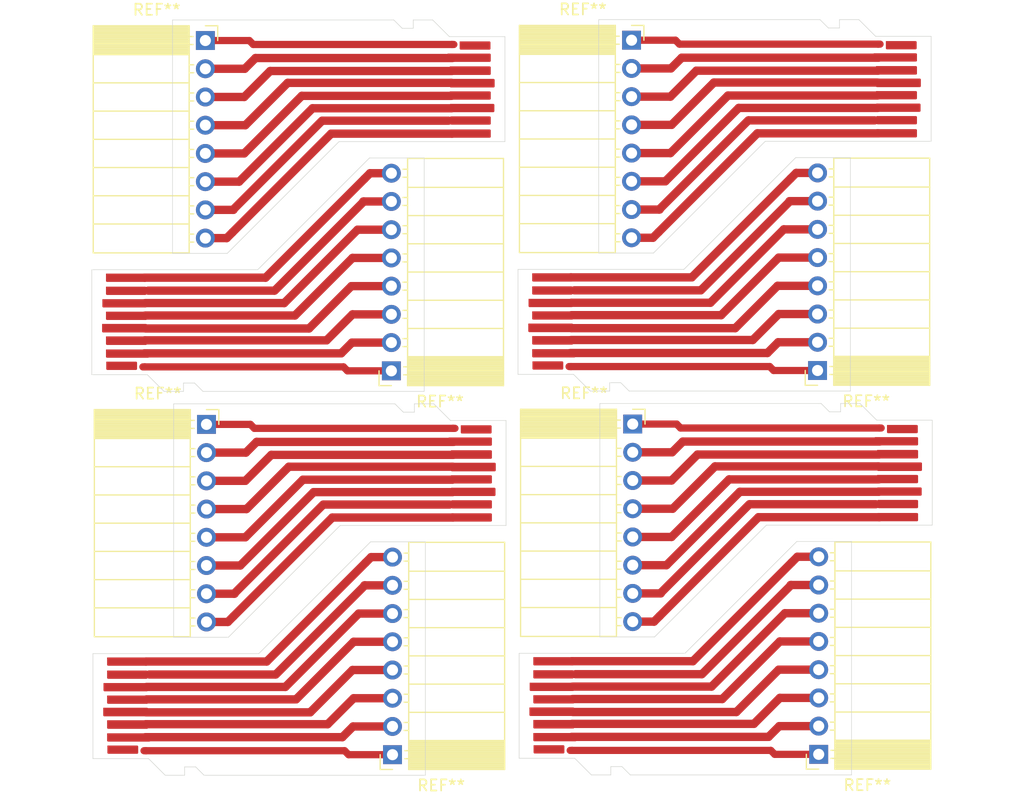
<source format=kicad_pcb>
(kicad_pcb (version 20221018) (generator pcbnew)
  (layers (0 "F.Cu" signal) (31 "B.Cu" signal) (34 "B.Paste" user) (35 "F.Paste" user) (36 "B.SilkS" user "B.Silkscreen") (37 "F.SilkS" user "F.Silkscreen") (38 "B.Mask" user) (39 "F.Mask" user) (44 "Edge.Cuts" user))
  (net 0 "")
  (footprint "Connector_PinSocket_2.54mm:PinSocket_1x08_P2.54mm_Horizontal" (layer "F.Cu") (at 116.7472 94.8652)
    (fp_text reference "REF**" (at -4.38 -2.77) (layer "F.SilkS"))
    (fp_text value "PinSocket_1x08_P2.54mm_Horizontal")
    (pad "1" thru_hole rect (at 0 0) (size 1.7 1.7) (drill 1) (layers "*.Cu" "*.Mask"))
    (pad "2" thru_hole oval (at 0 2.54) (size 1.7 1.7) (drill 1) (layers "*.Cu" "*.Mask"))
    (pad "3" thru_hole oval (at 0 5.08) (size 1.7 1.7) (drill 1) (layers "*.Cu" "*.Mask"))
    (pad "4" thru_hole oval (at 0 7.62) (size 1.7 1.7) (drill 1) (layers "*.Cu" "*.Mask"))
    (pad "5" thru_hole oval (at 0 10.16) (size 1.7 1.7) (drill 1) (layers "*.Cu" "*.Mask"))
    (pad "6" thru_hole oval (at 0 12.7) (size 1.7 1.7) (drill 1) (layers "*.Cu" "*.Mask"))
    (pad "7" thru_hole oval (at 0 15.24) (size 1.7 1.7) (drill 1) (layers "*.Cu" "*.Mask"))
    (pad "8" thru_hole oval (at 0 17.78) (size 1.7 1.7) (drill 1) (layers "*.Cu" "*.Mask"))
  )
  (footprint "Connector_PinSocket_2.54mm:PinSocket_1x08_P2.54mm_Horizontal" (layer "F.Cu") (at 133.3844 90.0444 180)
    (fp_text reference "REF**" (at -4.38 -2.77) (layer "F.SilkS"))
    (fp_text value "PinSocket_1x08_P2.54mm_Horizontal")
    (pad "1" thru_hole rect (at 0 0 180) (size 1.7 1.7) (drill 1) (layers "*.Cu" "*.Mask"))
    (pad "2" thru_hole oval (at 0 2.54 180) (size 1.7 1.7) (drill 1) (layers "*.Cu" "*.Mask"))
    (pad "3" thru_hole oval (at 0 5.08 180) (size 1.7 1.7) (drill 1) (layers "*.Cu" "*.Mask"))
    (pad "4" thru_hole oval (at 0 7.62 180) (size 1.7 1.7) (drill 1) (layers "*.Cu" "*.Mask"))
    (pad "5" thru_hole oval (at 0 10.16 180) (size 1.7 1.7) (drill 1) (layers "*.Cu" "*.Mask"))
    (pad "6" thru_hole oval (at 0 12.7 180) (size 1.7 1.7) (drill 1) (layers "*.Cu" "*.Mask"))
    (pad "7" thru_hole oval (at 0 15.24 180) (size 1.7 1.7) (drill 1) (layers "*.Cu" "*.Mask"))
    (pad "8" thru_hole oval (at 0 17.78 180) (size 1.7 1.7) (drill 1) (layers "*.Cu" "*.Mask"))
  )
  (footprint "Connector_PinSocket_2.54mm:PinSocket_1x08_P2.54mm_Horizontal" (layer "F.Cu") (at 78.3932 94.8944)
    (fp_text reference "REF**" (at -4.38 -2.77) (layer "F.SilkS"))
    (fp_text value "PinSocket_1x08_P2.54mm_Horizontal")
    (pad "1" thru_hole rect (at 0 0) (size 1.7 1.7) (drill 1) (layers "*.Cu" "*.Mask"))
    (pad "2" thru_hole oval (at 0 2.54) (size 1.7 1.7) (drill 1) (layers "*.Cu" "*.Mask"))
    (pad "3" thru_hole oval (at 0 5.08) (size 1.7 1.7) (drill 1) (layers "*.Cu" "*.Mask"))
    (pad "4" thru_hole oval (at 0 7.62) (size 1.7 1.7) (drill 1) (layers "*.Cu" "*.Mask"))
    (pad "5" thru_hole oval (at 0 10.16) (size 1.7 1.7) (drill 1) (layers "*.Cu" "*.Mask"))
    (pad "6" thru_hole oval (at 0 12.7) (size 1.7 1.7) (drill 1) (layers "*.Cu" "*.Mask"))
    (pad "7" thru_hole oval (at 0 15.24) (size 1.7 1.7) (drill 1) (layers "*.Cu" "*.Mask"))
    (pad "8" thru_hole oval (at 0 17.78) (size 1.7 1.7) (drill 1) (layers "*.Cu" "*.Mask"))
  )
  (footprint "Connector_PinSocket_2.54mm:PinSocket_1x08_P2.54mm_Horizontal" (layer "F.Cu") (at 78.2916 60.3504)
    (fp_text reference "REF**" (at -4.38 -2.77) (layer "F.SilkS"))
    (fp_text value "PinSocket_1x08_P2.54mm_Horizontal")
    (pad "1" thru_hole rect (at 0 0) (size 1.7 1.7) (drill 1) (layers "*.Cu" "*.Mask"))
    (pad "2" thru_hole oval (at 0 2.54) (size 1.7 1.7) (drill 1) (layers "*.Cu" "*.Mask"))
    (pad "3" thru_hole oval (at 0 5.08) (size 1.7 1.7) (drill 1) (layers "*.Cu" "*.Mask"))
    (pad "4" thru_hole oval (at 0 7.62) (size 1.7 1.7) (drill 1) (layers "*.Cu" "*.Mask"))
    (pad "5" thru_hole oval (at 0 10.16) (size 1.7 1.7) (drill 1) (layers "*.Cu" "*.Mask"))
    (pad "6" thru_hole oval (at 0 12.7) (size 1.7 1.7) (drill 1) (layers "*.Cu" "*.Mask"))
    (pad "7" thru_hole oval (at 0 15.24) (size 1.7 1.7) (drill 1) (layers "*.Cu" "*.Mask"))
    (pad "8" thru_hole oval (at 0 17.78) (size 1.7 1.7) (drill 1) (layers "*.Cu" "*.Mask"))
  )
  (footprint "Connector_PinSocket_2.54mm:PinSocket_1x08_P2.54mm_Horizontal" (layer "F.Cu") (at 95.132 124.6176 180)
    (fp_text reference "REF**" (at -4.38 -2.77) (layer "F.SilkS"))
    (fp_text value "PinSocket_1x08_P2.54mm_Horizontal")
    (pad "1" thru_hole rect (at 0 0 180) (size 1.7 1.7) (drill 1) (layers "*.Cu" "*.Mask"))
    (pad "2" thru_hole oval (at 0 2.54 180) (size 1.7 1.7) (drill 1) (layers "*.Cu" "*.Mask"))
    (pad "3" thru_hole oval (at 0 5.08 180) (size 1.7 1.7) (drill 1) (layers "*.Cu" "*.Mask"))
    (pad "4" thru_hole oval (at 0 7.62 180) (size 1.7 1.7) (drill 1) (layers "*.Cu" "*.Mask"))
    (pad "5" thru_hole oval (at 0 10.16 180) (size 1.7 1.7) (drill 1) (layers "*.Cu" "*.Mask"))
    (pad "6" thru_hole oval (at 0 12.7 180) (size 1.7 1.7) (drill 1) (layers "*.Cu" "*.Mask"))
    (pad "7" thru_hole oval (at 0 15.24 180) (size 1.7 1.7) (drill 1) (layers "*.Cu" "*.Mask"))
    (pad "8" thru_hole oval (at 0 17.78 180) (size 1.7 1.7) (drill 1) (layers "*.Cu" "*.Mask"))
  )
  (footprint "Connector_PinSocket_2.54mm:PinSocket_1x08_P2.54mm_Horizontal" (layer "F.Cu") (at 95.0304 90.0736 180)
    (fp_text reference "REF**" (at -4.38 -2.77) (layer "F.SilkS"))
    (fp_text value "PinSocket_1x08_P2.54mm_Horizontal")
    (pad "1" thru_hole rect (at 0 0 180) (size 1.7 1.7) (drill 1) (layers "*.Cu" "*.Mask"))
    (pad "2" thru_hole oval (at 0 2.54 180) (size 1.7 1.7) (drill 1) (layers "*.Cu" "*.Mask"))
    (pad "3" thru_hole oval (at 0 5.08 180) (size 1.7 1.7) (drill 1) (layers "*.Cu" "*.Mask"))
    (pad "4" thru_hole oval (at 0 7.62 180) (size 1.7 1.7) (drill 1) (layers "*.Cu" "*.Mask"))
    (pad "5" thru_hole oval (at 0 10.16 180) (size 1.7 1.7) (drill 1) (layers "*.Cu" "*.Mask"))
    (pad "6" thru_hole oval (at 0 12.7 180) (size 1.7 1.7) (drill 1) (layers "*.Cu" "*.Mask"))
    (pad "7" thru_hole oval (at 0 15.24 180) (size 1.7 1.7) (drill 1) (layers "*.Cu" "*.Mask"))
    (pad "8" thru_hole oval (at 0 17.78 180) (size 1.7 1.7) (drill 1) (layers "*.Cu" "*.Mask"))
  )
  (footprint "Connector_PinSocket_2.54mm:PinSocket_1x08_P2.54mm_Horizontal" (layer "F.Cu") (at 133.486 124.5884 180)
    (fp_text reference "REF**" (at -4.38 -2.77) (layer "F.SilkS"))
    (fp_text value "PinSocket_1x08_P2.54mm_Horizontal")
    (pad "1" thru_hole rect (at 0 0 180) (size 1.7 1.7) (drill 1) (layers "*.Cu" "*.Mask"))
    (pad "2" thru_hole oval (at 0 2.54 180) (size 1.7 1.7) (drill 1) (layers "*.Cu" "*.Mask"))
    (pad "3" thru_hole oval (at 0 5.08 180) (size 1.7 1.7) (drill 1) (layers "*.Cu" "*.Mask"))
    (pad "4" thru_hole oval (at 0 7.62 180) (size 1.7 1.7) (drill 1) (layers "*.Cu" "*.Mask"))
    (pad "5" thru_hole oval (at 0 10.16 180) (size 1.7 1.7) (drill 1) (layers "*.Cu" "*.Mask"))
    (pad "6" thru_hole oval (at 0 12.7 180) (size 1.7 1.7) (drill 1) (layers "*.Cu" "*.Mask"))
    (pad "7" thru_hole oval (at 0 15.24 180) (size 1.7 1.7) (drill 1) (layers "*.Cu" "*.Mask"))
    (pad "8" thru_hole oval (at 0 17.78 180) (size 1.7 1.7) (drill 1) (layers "*.Cu" "*.Mask"))
  )
  (footprint "Connector_PinSocket_2.54mm:PinSocket_1x08_P2.54mm_Horizontal" (layer "F.Cu") (at 116.6456 60.3212)
    (fp_text reference "REF**" (at -4.38 -2.77) (layer "F.SilkS"))
    (fp_text value "PinSocket_1x08_P2.54mm_Horizontal")
    (pad "1" thru_hole rect (at 0 0) (size 1.7 1.7) (drill 1) (layers "*.Cu" "*.Mask"))
    (pad "2" thru_hole oval (at 0 2.54) (size 1.7 1.7) (drill 1) (layers "*.Cu" "*.Mask"))
    (pad "3" thru_hole oval (at 0 5.08) (size 1.7 1.7) (drill 1) (layers "*.Cu" "*.Mask"))
    (pad "4" thru_hole oval (at 0 7.62) (size 1.7 1.7) (drill 1) (layers "*.Cu" "*.Mask"))
    (pad "5" thru_hole oval (at 0 10.16) (size 1.7 1.7) (drill 1) (layers "*.Cu" "*.Mask"))
    (pad "6" thru_hole oval (at 0 12.7) (size 1.7 1.7) (drill 1) (layers "*.Cu" "*.Mask"))
    (pad "7" thru_hole oval (at 0 15.24) (size 1.7 1.7) (drill 1) (layers "*.Cu" "*.Mask"))
    (pad "8" thru_hole oval (at 0 17.78) (size 1.7 1.7) (drill 1) (layers "*.Cu" "*.Mask"))
  )
  (gr_rect (start 138.7412 63.872) (end 142.579 64.445) (stroke (width 0.2)) (fill solid) (layer "F.Cu"))
  (gr_rect (start 100.5396 101.8198) (end 103.9766 102.3674) (stroke (width 0.2)) (fill solid) (layer "F.Cu"))
  (gr_rect (start 138.767 66.122) (end 142.554 66.6696) (stroke (width 0.2)) (fill solid) (layer "F.Cu"))
  (gr_rect (start 101.2766 60.5282) (end 103.85 61.0738) (stroke (width 0.2)) (fill solid) (layer "F.Cu"))
  (gr_rect (start 72.9348 87.6478) (end 69.447 87.0748) (stroke (width 0.2)) (fill solid) (layer "F.Cu"))
  (gr_rect (start 139.6306 60.499) (end 142.204 61.0446) (stroke (width 0.2)) (fill solid) (layer "F.Cu"))
  (gr_rect (start 100.438 67.2758) (end 103.875 67.8234) (stroke (width 0.2)) (fill solid) (layer "F.Cu"))
  (gr_rect (start 72.9348 86.5228) (end 69.097 85.9498) (stroke (width 0.2)) (fill solid) (layer "F.Cu"))
  (gr_rect (start 72.884 81.9724) (end 69.447 81.4248) (stroke (width 0.2)) (fill solid) (layer "F.Cu"))
  (gr_rect (start 138.792 68.4224) (end 142.229 68.97) (stroke (width 0.2)) (fill solid) (layer "F.Cu"))
  (gr_rect (start 69.5486 117.1446) (end 72.9856 117.6922) (stroke (width 0.2)) (fill solid) (layer "F.Cu"))
  (gr_rect (start 100.5396 102.9956) (end 103.9766 103.5432) (stroke (width 0.2)) (fill solid) (layer "F.Cu"))
  (gr_rect (start 101.3782 95.0722) (end 103.9516 95.6178) (stroke (width 0.2)) (fill solid) (layer "F.Cu"))
  (gr_rect (start 138.8936 101.7906) (end 142.3306 102.3382) (stroke (width 0.2)) (fill solid) (layer "F.Cu"))
  (gr_rect (start 72.0454 89.8958) (end 69.472 89.3502) (stroke (width 0.2)) (fill solid) (layer "F.Cu"))
  (gr_rect (start 139.7322 95.043) (end 142.3056 95.5886) (stroke (width 0.2)) (fill solid) (layer "F.Cu"))
  (gr_rect (start 138.7412 62.747) (end 142.229 63.32) (stroke (width 0.2)) (fill solid) (layer "F.Cu"))
  (gr_rect (start 100.438 68.4516) (end 103.875 68.9992) (stroke (width 0.2)) (fill solid) (layer "F.Cu"))
  (gr_rect (start 138.792 67.2466) (end 142.229 67.7942) (stroke (width 0.2)) (fill solid) (layer "F.Cu"))
  (gr_rect (start 107.9026 119.365) (end 111.3904 119.9126) (stroke (width 0.2)) (fill solid) (layer "F.Cu"))
  (gr_rect (start 107.9026 117.1154) (end 111.3396 117.663) (stroke (width 0.2)) (fill solid) (layer "F.Cu"))
  (gr_rect (start 138.8686 100.666) (end 142.6556 101.2136) (stroke (width 0.2)) (fill solid) (layer "F.Cu"))
  (gr_rect (start 100.4888 97.3202) (end 103.9766 97.8932) (stroke (width 0.2)) (fill solid) (layer "F.Cu"))
  (gr_rect (start 107.801 88.2214) (end 111.492 88.769) (stroke (width 0.2)) (fill solid) (layer "F.Cu"))
  (gr_rect (start 138.8428 97.291) (end 142.3306 97.864) (stroke (width 0.2)) (fill solid) (layer "F.Cu"))
  (gr_rect (start 69.1986 120.4938) (end 73.0364 121.0668) (stroke (width 0.2)) (fill solid) (layer "F.Cu"))
  (gr_rect (start 100.2856 96.1698) (end 103.9766 96.7174) (stroke (width 0.2)) (fill solid) (layer "F.Cu"))
  (gr_rect (start 100.184 61.6258) (end 103.875 62.1734) (stroke (width 0.2)) (fill solid) (layer "F.Cu"))
  (gr_rect (start 138.6396 96.1406) (end 142.3306 96.6882) (stroke (width 0.2)) (fill solid) (layer "F.Cu"))
  (gr_rect (start 107.451 85.9206) (end 111.2888 86.4936) (stroke (width 0.2)) (fill solid) (layer "F.Cu"))
  (gr_rect (start 100.3872 62.7762) (end 103.875 63.3492) (stroke (width 0.2)) (fill solid) (layer "F.Cu"))
  (gr_rect (start 69.5486 119.3942) (end 73.0364 119.9418) (stroke (width 0.2)) (fill solid) (layer "F.Cu"))
  (gr_rect (start 100.5146 100.6952) (end 104.3016 101.2428) (stroke (width 0.2)) (fill solid) (layer "F.Cu"))
  (gr_rect (start 107.801 81.3956) (end 111.238 81.9432) (stroke (width 0.2)) (fill solid) (layer "F.Cu"))
  (gr_rect (start 107.9276 123.865) (end 110.501 124.4106) (stroke (width 0.2)) (fill solid) (layer "F.Cu"))
  (gr_rect (start 107.801 87.0456) (end 111.2888 87.6186) (stroke (width 0.2)) (fill solid) (layer "F.Cu"))
  (gr_rect (start 100.413 66.1512) (end 104.2 66.6988) (stroke (width 0.2)) (fill solid) (layer "F.Cu"))
  (gr_rect (start 69.5486 122.7946) (end 73.2396 123.3422) (stroke (width 0.2)) (fill solid) (layer "F.Cu"))
  (gr_rect (start 69.5486 115.9688) (end 72.9856 116.5164) (stroke (width 0.2)) (fill solid) (layer "F.Cu"))
  (gr_rect (start 107.9026 121.5896) (end 111.3904 122.1626) (stroke (width 0.2)) (fill solid) (layer "F.Cu"))
  (gr_rect (start 69.5736 123.8942) (end 72.147 124.4398) (stroke (width 0.2)) (fill solid) (layer "F.Cu"))
  (gr_rect (start 69.2236 118.2692) (end 73.0106 118.8168) (stroke (width 0.2)) (fill solid) (layer "F.Cu"))
  (gr_rect (start 100.3872 63.9012) (end 104.225 64.4742) (stroke (width 0.2)) (fill solid) (layer "F.Cu"))
  (gr_rect (start 107.9026 122.7654) (end 111.5936 123.313) (stroke (width 0.2)) (fill solid) (layer "F.Cu"))
  (gr_rect (start 107.826 89.321) (end 110.3994 89.8666) (stroke (width 0.2)) (fill solid) (layer "F.Cu"))
  (gr_rect (start 100.3872 65.0262) (end 103.875 65.5738) (stroke (width 0.2)) (fill solid) (layer "F.Cu"))
  (gr_rect (start 72.884 83.1482) (end 69.447 82.6006) (stroke (width 0.2)) (fill solid) (layer "F.Cu"))
  (gr_rect (start 107.9026 115.9396) (end 111.3396 116.4872) (stroke (width 0.2)) (fill solid) (layer "F.Cu"))
  (gr_rect (start 69.5486 121.6188) (end 73.0364 122.1918) (stroke (width 0.2)) (fill solid) (layer "F.Cu"))
  (gr_rect (start 72.909 84.2728) (end 69.122 83.7252) (stroke (width 0.2)) (fill solid) (layer "F.Cu"))
  (gr_rect (start 138.8428 98.416) (end 142.6806 98.989) (stroke (width 0.2)) (fill solid) (layer "F.Cu"))
  (gr_rect (start 107.476 83.696) (end 111.263 84.2436) (stroke (width 0.2)) (fill solid) (layer "F.Cu"))
  (gr_rect (start 100.4888 99.5702) (end 103.9766 100.1178) (stroke (width 0.2)) (fill solid) (layer "F.Cu"))
  (gr_rect (start 73.138 88.7982) (end 69.447 88.2506) (stroke (width 0.2)) (fill solid) (layer "F.Cu"))
  (gr_rect (start 138.8936 102.9664) (end 142.3306 103.514) (stroke (width 0.2)) (fill solid) (layer "F.Cu"))
  (gr_rect (start 138.8428 99.541) (end 142.3306 100.0886) (stroke (width 0.2)) (fill solid) (layer "F.Cu"))
  (gr_rect (start 72.9348 85.3978) (end 69.447 84.8502) (stroke (width 0.2)) (fill solid) (layer "F.Cu"))
  (gr_rect (start 107.801 84.821) (end 111.2888 85.3686) (stroke (width 0.2)) (fill solid) (layer "F.Cu"))
  (gr_rect (start 107.5776 118.24) (end 111.3646 118.7876) (stroke (width 0.2)) (fill solid) (layer "F.Cu"))
  (gr_rect (start 100.4888 98.4452) (end 104.3266 99.0182) (stroke (width 0.2)) (fill solid) (layer "F.Cu"))
  (gr_rect (start 138.7412 64.997) (end 142.229 65.5446) (stroke (width 0.2)) (fill solid) (layer "F.Cu"))
  (gr_rect (start 107.5526 120.4646) (end 111.3904 121.0376) (stroke (width 0.2)) (fill solid) (layer "F.Cu"))
  (gr_rect (start 138.538 61.5966) (end 142.229 62.1442) (stroke (width 0.2)) (fill solid) (layer "F.Cu"))
  (gr_rect (start 107.801 82.5714) (end 111.238 83.119) (stroke (width 0.2)) (fill solid) (layer "F.Cu"))
  (gr_line (start 96 59.25) (end 97 59.25) (stroke (width 0.05)) (layer "Edge.Cuts"))
  (gr_line (start 76.4236 125.718) (end 76.4236 126.468) (stroke (width 0.05)) (layer "Edge.Cuts"))
  (gr_line (start 116.5276 126.4388) (end 136.4412 126.4388) (stroke (width 0.05)) (layer "Edge.Cuts"))
  (gr_line (start 128.6764 69.4178) (end 143.604 69.4178) (stroke (width 0.05)) (layer "Edge.Cuts"))
  (gr_line (start 114.676 91.8948) (end 112.926 91.8948) (stroke (width 0.05)) (layer "Edge.Cuts"))
  (gr_line (start 116.426 91.8948) (end 136.3396 91.8948) (stroke (width 0.05)) (layer "Edge.Cuts"))
  (gr_line (start 114.7776 125.6888) (end 114.7776 126.4388) (stroke (width 0.05)) (layer "Edge.Cuts"))
  (gr_line (start 114.676 91.1448) (end 114.676 91.8948) (stroke (width 0.05)) (layer "Edge.Cuts"))
  (gr_line (start 98.8516 93.044) (end 100.3516 94.544) (stroke (width 0.05)) (layer "Edge.Cuts"))
  (gr_line (start 133.604 58.4708) (end 113.6904 58.4708) (stroke (width 0.05)) (layer "Edge.Cuts"))
  (gr_line (start 97.9856 91.924) (end 97.9856 70.9186) (stroke (width 0.05)) (layer "Edge.Cuts"))
  (gr_line (start 96.1016 93.794) (end 97.1016 93.794) (stroke (width 0.05)) (layer "Edge.Cuts"))
  (gr_line (start 74.572 91.924) (end 73.072 90.424) (stroke (width 0.05)) (layer "Edge.Cuts"))
  (gr_line (start 90.424 103.991) (end 105.3516 103.991) (stroke (width 0.05)) (layer "Edge.Cuts"))
  (gr_line (start 95.25 58.5) (end 96 59.25) (stroke (width 0.05)) (layer "Edge.Cuts"))
  (gr_line (start 128.778 103.9618) (end 143.7056 103.9618) (stroke (width 0.05)) (layer "Edge.Cuts"))
  (gr_line (start 131.5136 105.4334) (end 121.4552 115.4918) (stroke (width 0.05)) (layer "Edge.Cuts"))
  (gr_line (start 121.4552 115.4918) (end 106.5276 115.4918) (stroke (width 0.05)) (layer "Edge.Cuts"))
  (gr_line (start 80.264 79.5054) (end 90.3224 69.447) (stroke (width 0.05)) (layer "Edge.Cuts"))
  (gr_line (start 115.7776 125.6888) (end 114.7776 125.6888) (stroke (width 0.05)) (layer "Edge.Cuts"))
  (gr_line (start 114.7776 126.4388) (end 113.0276 126.4388) (stroke (width 0.05)) (layer "Edge.Cuts"))
  (gr_line (start 90.3224 69.447) (end 105.25 69.447) (stroke (width 0.05)) (layer "Edge.Cuts"))
  (gr_line (start 143.604 59.9708) (end 143.604 69.4144) (stroke (width 0.05)) (layer "Edge.Cuts"))
  (gr_line (start 83.1012 115.521) (end 68.1736 115.521) (stroke (width 0.05)) (layer "Edge.Cuts"))
  (gr_line (start 113.6904 79.4762) (end 118.618 79.4762) (stroke (width 0.05)) (layer "Edge.Cuts"))
  (gr_line (start 105.3516 94.544) (end 105.3516 103.9876) (stroke (width 0.05)) (layer "Edge.Cuts"))
  (gr_line (start 134.354 59.2208) (end 135.354 59.2208) (stroke (width 0.05)) (layer "Edge.Cuts"))
  (gr_line (start 113.792 114.0202) (end 118.7196 114.0202) (stroke (width 0.05)) (layer "Edge.Cuts"))
  (gr_line (start 97 59.25) (end 97 58.5) (stroke (width 0.05)) (layer "Edge.Cuts"))
  (gr_line (start 97.9856 70.9186) (end 93.058 70.9186) (stroke (width 0.05)) (layer "Edge.Cuts"))
  (gr_line (start 111.5276 124.9388) (end 106.5276 124.9388) (stroke (width 0.05)) (layer "Edge.Cuts"))
  (gr_line (start 78.072 91.924) (end 77.322 91.174) (stroke (width 0.05)) (layer "Edge.Cuts"))
  (gr_line (start 136.3396 70.8894) (end 131.412 70.8894) (stroke (width 0.05)) (layer "Edge.Cuts"))
  (gr_line (start 138.7056 94.5148) (end 143.7056 94.5148) (stroke (width 0.05)) (layer "Edge.Cuts"))
  (gr_line (start 143.7056 94.5148) (end 143.7056 103.9584) (stroke (width 0.05)) (layer "Edge.Cuts"))
  (gr_line (start 116.426 91.8948) (end 115.676 91.1448) (stroke (width 0.05)) (layer "Edge.Cuts"))
  (gr_line (start 93.1596 105.4626) (end 83.1012 115.521) (stroke (width 0.05)) (layer "Edge.Cuts"))
  (gr_line (start 133.7056 93.0148) (end 134.4556 93.7648) (stroke (width 0.05)) (layer "Edge.Cuts"))
  (gr_line (start 97 58.5) (end 98.75 58.5) (stroke (width 0.05)) (layer "Edge.Cuts"))
  (gr_line (start 75.3364 79.5054) (end 80.264 79.5054) (stroke (width 0.05)) (layer "Edge.Cuts"))
  (gr_line (start 135.4556 93.0148) (end 137.2056 93.0148) (stroke (width 0.05)) (layer "Edge.Cuts"))
  (gr_line (start 115.676 91.1448) (end 114.676 91.1448) (stroke (width 0.05)) (layer "Edge.Cuts"))
  (gr_line (start 95.25 58.5) (end 75.3364 58.5) (stroke (width 0.05)) (layer "Edge.Cuts"))
  (gr_line (start 93.058 70.9186) (end 82.9996 80.977) (stroke (width 0.05)) (layer "Edge.Cuts"))
  (gr_line (start 98.0872 126.468) (end 98.0872 105.4626) (stroke (width 0.05)) (layer "Edge.Cuts"))
  (gr_line (start 111.426 90.3948) (end 106.426 90.3948) (stroke (width 0.05)) (layer "Edge.Cuts"))
  (gr_line (start 82.9996 80.977) (end 68.072 80.977) (stroke (width 0.05)) (layer "Edge.Cuts"))
  (gr_line (start 113.0276 126.4388) (end 111.5276 124.9388) (stroke (width 0.05)) (layer "Edge.Cuts"))
  (gr_line (start 77.322 91.174) (end 76.322 91.174) (stroke (width 0.05)) (layer "Edge.Cuts"))
  (gr_line (start 68.072 90.424) (end 68.072 80.9804) (stroke (width 0.05)) (layer "Edge.Cuts"))
  (gr_line (start 100.3516 94.544) (end 105.3516 94.544) (stroke (width 0.05)) (layer "Edge.Cuts"))
  (gr_line (start 98.0872 105.4626) (end 93.1596 105.4626) (stroke (width 0.05)) (layer "Edge.Cuts"))
  (gr_line (start 80.3656 114.0494) (end 90.424 103.991) (stroke (width 0.05)) (layer "Edge.Cuts"))
  (gr_line (start 135.354 59.2208) (end 135.354 58.4708) (stroke (width 0.05)) (layer "Edge.Cuts"))
  (gr_line (start 98.75 58.5) (end 100.25 60) (stroke (width 0.05)) (layer "Edge.Cuts"))
  (gr_line (start 133.604 58.4708) (end 134.354 59.2208) (stroke (width 0.05)) (layer "Edge.Cuts"))
  (gr_line (start 97.1016 93.794) (end 97.1016 93.044) (stroke (width 0.05)) (layer "Edge.Cuts"))
  (gr_line (start 113.6904 58.4708) (end 113.6904 79.4762) (stroke (width 0.05)) (layer "Edge.Cuts"))
  (gr_line (start 75.438 93.044) (end 75.438 114.0494) (stroke (width 0.05)) (layer "Edge.Cuts"))
  (gr_line (start 116.5276 126.4388) (end 115.7776 125.6888) (stroke (width 0.05)) (layer "Edge.Cuts"))
  (gr_line (start 138.604 59.9708) (end 143.604 59.9708) (stroke (width 0.05)) (layer "Edge.Cuts"))
  (gr_line (start 118.618 79.4762) (end 128.6764 69.4178) (stroke (width 0.05)) (layer "Edge.Cuts"))
  (gr_line (start 136.3396 91.8948) (end 136.3396 70.8894) (stroke (width 0.05)) (layer "Edge.Cuts"))
  (gr_line (start 97.1016 93.044) (end 98.8516 93.044) (stroke (width 0.05)) (layer "Edge.Cuts"))
  (gr_line (start 95.3516 93.044) (end 96.1016 93.794) (stroke (width 0.05)) (layer "Edge.Cuts"))
  (gr_line (start 106.426 90.3948) (end 106.426 80.9512) (stroke (width 0.05)) (layer "Edge.Cuts"))
  (gr_line (start 133.7056 93.0148) (end 113.792 93.0148) (stroke (width 0.05)) (layer "Edge.Cuts"))
  (gr_line (start 112.926 91.8948) (end 111.426 90.3948) (stroke (width 0.05)) (layer "Edge.Cuts"))
  (gr_line (start 75.3364 58.5) (end 75.3364 79.5054) (stroke (width 0.05)) (layer "Edge.Cuts"))
  (gr_line (start 78.1736 126.468) (end 77.4236 125.718) (stroke (width 0.05)) (layer "Edge.Cuts"))
  (gr_line (start 73.1736 124.968) (end 68.1736 124.968) (stroke (width 0.05)) (layer "Edge.Cuts"))
  (gr_line (start 73.072 90.424) (end 68.072 90.424) (stroke (width 0.05)) (layer "Edge.Cuts"))
  (gr_line (start 95.3516 93.044) (end 75.438 93.044) (stroke (width 0.05)) (layer "Edge.Cuts"))
  (gr_line (start 135.354 58.4708) (end 137.104 58.4708) (stroke (width 0.05)) (layer "Edge.Cuts"))
  (gr_line (start 137.104 58.4708) (end 138.604 59.9708) (stroke (width 0.05)) (layer "Edge.Cuts"))
  (gr_line (start 121.3536 80.9478) (end 106.426 80.9478) (stroke (width 0.05)) (layer "Edge.Cuts"))
  (gr_line (start 77.4236 125.718) (end 76.4236 125.718) (stroke (width 0.05)) (layer "Edge.Cuts"))
  (gr_line (start 134.4556 93.7648) (end 135.4556 93.7648) (stroke (width 0.05)) (layer "Edge.Cuts"))
  (gr_line (start 105.25 60) (end 105.25 69.4436) (stroke (width 0.05)) (layer "Edge.Cuts"))
  (gr_line (start 76.322 91.924) (end 74.572 91.924) (stroke (width 0.05)) (layer "Edge.Cuts"))
  (gr_line (start 78.072 91.924) (end 97.9856 91.924) (stroke (width 0.05)) (layer "Edge.Cuts"))
  (gr_line (start 106.5276 124.9388) (end 106.5276 115.4952) (stroke (width 0.05)) (layer "Edge.Cuts"))
  (gr_line (start 137.2056 93.0148) (end 138.7056 94.5148) (stroke (width 0.05)) (layer "Edge.Cuts"))
  (gr_line (start 76.322 91.174) (end 76.322 91.924) (stroke (width 0.05)) (layer "Edge.Cuts"))
  (gr_line (start 136.4412 105.4334) (end 131.5136 105.4334) (stroke (width 0.05)) (layer "Edge.Cuts"))
  (gr_line (start 113.792 93.0148) (end 113.792 114.0202) (stroke (width 0.05)) (layer "Edge.Cuts"))
  (gr_line (start 76.4236 126.468) (end 74.6736 126.468) (stroke (width 0.05)) (layer "Edge.Cuts"))
  (gr_line (start 100.25 60) (end 105.25 60) (stroke (width 0.05)) (layer "Edge.Cuts"))
  (gr_line (start 78.1736 126.468) (end 98.0872 126.468) (stroke (width 0.05)) (layer "Edge.Cuts"))
  (gr_line (start 68.1736 124.968) (end 68.1736 115.5244) (stroke (width 0.05)) (layer "Edge.Cuts"))
  (gr_line (start 118.7196 114.0202) (end 128.778 103.9618) (stroke (width 0.05)) (layer "Edge.Cuts"))
  (gr_line (start 75.438 114.0494) (end 80.3656 114.0494) (stroke (width 0.05)) (layer "Edge.Cuts"))
  (gr_line (start 136.4412 126.4388) (end 136.4412 105.4334) (stroke (width 0.05)) (layer "Edge.Cuts"))
  (gr_line (start 131.412 70.8894) (end 121.3536 80.9478) (stroke (width 0.05)) (layer "Edge.Cuts"))
  (gr_line (start 74.6736 126.468) (end 73.1736 124.968) (stroke (width 0.05)) (layer "Edge.Cuts"))
  (gr_line (start 135.4556 93.7648) (end 135.4556 93.0148) (stroke (width 0.05)) (layer "Edge.Cuts"))
  (segment (start 120.9548 60.6768) (end 138.8364 60.6768) (width 0.65) (layer "F.Cu") (net 0))
  (segment (start 78.2916 65.4304) (end 81.788 65.4304) (width 0.75) (layer "F.Cu") (net 0))
  (segment (start 116.7472 112.6452) (end 118.6688 112.6452) (width 0.75) (layer "F.Cu") (net 0))
  (segment (start 121.158 61.896) (end 138.879 61.896) (width 0.75) (layer "F.Cu") (net 0))
  (segment (start 133.486 119.5084) (end 129.9896 119.5084) (width 0.75) (layer "F.Cu") (net 0))
  (segment (start 119.1768 112.1372) (end 128.0668 103.2472) (width 0.75) (layer "F.Cu") (net 0))
  (segment (start 81.9404 97.4344) (end 82.9056 96.4692) (width 0.75) (layer "F.Cu") (net 0))
  (segment (start 81.3308 73.0504) (end 87.9348 66.4464) (width 0.75) (layer "F.Cu") (net 0))
  (segment (start 78.3932 102.5144) (end 81.9912 102.5144) (width 0.75) (layer "F.Cu") (net 0))
  (segment (start 129.9388 122.0484) (end 128.9736 123.0136) (width 0.75) (layer "F.Cu") (net 0))
  (segment (start 85.6996 64.1604) (end 100.4316 64.1604) (width 0.75) (layer "F.Cu") (net 0))
  (segment (start 95.132 124.6176) (end 94.802 124.2876) (width 0.65) (layer "F.Cu") (net 0))
  (segment (start 95.132 116.9976) (end 91.534 116.9976) (width 0.75) (layer "F.Cu") (net 0))
  (segment (start 77.9868 75.5904) (end 80.8228 75.5904) (width 0.75) (layer "F.Cu") (net 0))
  (segment (start 82.3468 94.8944) (end 82.7024 95.25) (width 0.65) (layer "F.Cu") (net 0))
  (segment (start 130.4468 111.8884) (end 123.8428 118.4924) (width 0.75) (layer "F.Cu") (net 0))
  (segment (start 87.0712 99.8728) (end 100.5332 99.8728) (width 0.75) (layer "F.Cu") (net 0))
  (segment (start 91.4324 82.4536) (end 87.6224 86.2636) (width 0.75) (layer "F.Cu") (net 0))
  (segment (start 95.132 122.0776) (end 91.5848 122.0776) (width 0.75) (layer "F.Cu") (net 0))
  (segment (start 120.1928 62.8612) (end 121.158 61.896) (width 0.75) (layer "F.Cu") (net 0))
  (segment (start 89.6112 68.7324) (end 100.4824 68.7324) (width 0.75) (layer "F.Cu") (net 0))
  (segment (start 95.0304 82.4536) (end 91.4324 82.4536) (width 0.75) (layer "F.Cu") (net 0))
  (segment (start 133.3844 77.3444) (end 130.3452 77.3444) (width 0.75) (layer "F.Cu") (net 0))
  (segment (start 127.9652 68.7032) (end 138.8364 68.7032) (width 0.75) (layer "F.Cu") (net 0))
  (segment (start 83.7108 81.6916) (end 72.8396 81.6916) (width 0.75) (layer "F.Cu") (net 0))
  (segment (start 80.7212 77.6224) (end 89.6112 68.7324) (width 0.75) (layer "F.Cu") (net 0))
  (segment (start 78.2916 60.3504) (end 78.6216 60.6804) (width 0.65) (layer "F.Cu") (net 0))
  (segment (start 133.486 124.5884) (end 129.5324 124.5884) (width 0.65) (layer "F.Cu") (net 0))
  (segment (start 133.486 122.0484) (end 129.9388 122.0484) (width 0.75) (layer "F.Cu") (net 0))
  (segment (start 129.5324 124.5884) (end 129.1768 124.2328) (width 0.65) (layer "F.Cu") (net 0))
  (segment (start 78.2916 67.9704) (end 81.8896 67.9704) (width 0.75) (layer "F.Cu") (net 0))
  (segment (start 86.9696 65.3288) (end 100.4316 65.3288) (width 0.75) (layer "F.Cu") (net 0))
  (segment (start 128.0668 103.2472) (end 138.938 103.2472) (width 0.75) (layer "F.Cu") (net 0))
  (segment (start 95.132 119.5376) (end 91.6356 119.5376) (width 0.75) (layer "F.Cu") (net 0))
  (segment (start 95.4368 109.3776) (end 92.6008 109.3776) (width 0.75) (layer "F.Cu") (net 0))
  (segment (start 119.0752 77.5932) (end 127.9652 68.7032) (width 0.75) (layer "F.Cu") (net 0))
  (segment (start 120.142 70.4812) (end 125.3236 65.2996) (width 0.75) (layer "F.Cu") (net 0))
  (segment (start 116.7472 94.8652) (end 120.7008 94.8652) (width 0.65) (layer "F.Cu") (net 0))
  (segment (start 92.6516 109.3776) (end 84.6252 117.404) (width 0.75) (layer "F.Cu") (net 0))
  (segment (start 111.2952 124.2328) (end 111.126 124.2328) (width 0.65) (layer "F.Cu") (net 0))
  (segment (start 72.9412 124.262) (end 72.772 124.262) (width 0.65) (layer "F.Cu") (net 0))
  (segment (start 89.1972 87.3304) (end 72.8396 87.3304) (width 0.75) (layer "F.Cu") (net 0))
  (segment (start 80.8736 110.1344) (end 88.9 102.108) (width 0.75) (layer "F.Cu") (net 0))
  (segment (start 129.1768 124.2328) (end 111.2952 124.2328) (width 0.65) (layer "F.Cu") (net 0))
  (segment (start 116.7472 97.4052) (end 120.2944 97.4052) (width 0.75) (layer "F.Cu") (net 0))
  (segment (start 127.6528 121.8452) (end 111.2952 121.8452) (width 0.75) (layer "F.Cu") (net 0))
  (segment (start 133.486 106.8084) (end 131.5644 106.8084) (width 0.75) (layer "F.Cu") (net 0))
  (segment (start 130.904 74.8044) (end 122.8776 82.8308) (width 0.75) (layer "F.Cu") (net 0))
  (segment (start 122.1664 116.2064) (end 111.2952 116.2064) (width 0.75) (layer "F.Cu") (net 0))
  (segment (start 111.1936 89.6888) (end 111.0244 89.6888) (width 0.65) (layer "F.Cu") (net 0))
  (segment (start 121.0564 95.2208) (end 138.938 95.2208) (width 0.65) (layer "F.Cu") (net 0))
  (segment (start 88.9508 102.108) (end 100.2792 102.108) (width 0.75) (layer "F.Cu") (net 0))
  (segment (start 133.486 111.8884) (end 130.4468 111.8884) (width 0.75) (layer "F.Cu") (net 0))
  (segment (start 124.0536 64.1312) (end 138.7856 64.1312) (width 0.75) (layer "F.Cu") (net 0))
  (segment (start 120.5992 60.3212) (end 120.9548 60.6768) (width 0.65) (layer "F.Cu") (net 0))
  (segment (start 116.7472 94.8652) (end 117.0772 95.1952) (width 0.65) (layer "F.Cu") (net 0))
  (segment (start 93.2104 106.8376) (end 92.7024 107.3456) (width 0.75) (layer "F.Cu") (net 0))
  (segment (start 81.8388 62.8904) (end 82.804 61.9252) (width 0.75) (layer "F.Cu") (net 0))
  (segment (start 116.6456 78.1012) (end 118.5672 78.1012) (width 0.75) (layer "F.Cu") (net 0))
  (segment (start 120.2436 67.9412) (end 124.0536 64.1312) (width 0.75) (layer "F.Cu") (net 0))
  (segment (start 84.1248 63.0936) (end 100.4824 63.0936) (width 0.75) (layer "F.Cu") (net 0))
  (segment (start 86.454 119.6392) (end 72.992 119.6392) (width 0.75) (layer "F.Cu") (net 0))
  (segment (start 122.9284 117.3748) (end 111.6 117.3748) (width 0.75) (layer "F.Cu") (net 0))
  (segment (start 129.888 84.9644) (end 127.5512 87.3012) (width 0.75) (layer "F.Cu") (net 0))
  (segment (start 131.0564 107.3164) (end 122.1664 116.2064) (width 0.75) (layer "F.Cu") (net 0))
  (segment (start 116.6456 67.9412) (end 120.2436 67.9412) (width 0.75) (layer "F.Cu") (net 0))
  (segment (start 129.9896 114.4284) (end 124.808 119.61) (width 0.75) (layer "F.Cu") (net 0))
  (segment (start 95.0304 72.2936) (end 93.1088 72.2936) (width 0.75) (layer "F.Cu") (net 0))
  (segment (start 133.3844 82.4244) (end 129.7864 82.4244) (width 0.75) (layer "F.Cu") (net 0))
  (segment (start 90.8228 124.262) (end 72.9412 124.262) (width 0.65) (layer "F.Cu") (net 0))
  (segment (start 129.7864 82.4244) (end 125.9764 86.2344) (width 0.75) (layer "F.Cu") (net 0))
  (segment (start 90.6196 123.0428) (end 72.8986 123.0428) (width 0.75) (layer "F.Cu") (net 0))
  (segment (start 95.132 111.9176) (end 92.0928 111.9176) (width 0.75) (layer "F.Cu") (net 0))
  (segment (start 122.5804 97.6084) (end 138.938 97.6084) (width 0.75) (layer "F.Cu") (net 0))
  (segment (start 90.7212 89.718) (end 72.8396 89.718) (width 0.65) (layer "F.Cu") (net 0))
  (segment (start 78.3932 94.8944) (end 82.3468 94.8944) (width 0.65) (layer "F.Cu") (net 0))
  (segment (start 89.7128 103.2764) (end 100.584 103.2764) (width 0.75) (layer "F.Cu") (net 0))
  (segment (start 116.4424 110.1052) (end 119.2784 110.1052) (width 0.75) (layer "F.Cu") (net 0))
  (segment (start 116.6456 73.0212) (end 119.6848 73.0212) (width 0.75) (layer "F.Cu") (net 0))
  (segment (start 87.9348 66.4464) (end 100.4316 66.4464) (width 0.75) (layer "F.Cu") (net 0))
  (segment (start 124.1552 98.6752) (end 138.8872 98.6752) (width 0.75) (layer "F.Cu") (net 0))
  (segment (start 120.7008 94.8652) (end 121.0564 95.2208) (width 0.65) (layer "F.Cu") (net 0))
  (segment (start 131.5644 106.8084) (end 131.0564 107.3164) (width 0.75) (layer "F.Cu") (net 0))
  (segment (start 78.2916 73.0504) (end 81.3308 73.0504) (width 0.75) (layer "F.Cu") (net 0))
  (segment (start 118.6688 112.6452) (end 119.1768 112.1372) (width 0.75) (layer "F.Cu") (net 0))
  (segment (start 91.0768 90.0736) (end 90.7212 89.718) (width 0.65) (layer "F.Cu") (net 0))
  (segment (start 95.0304 87.5336) (end 91.4832 87.5336) (width 0.75) (layer "F.Cu") (net 0))
  (segment (start 133.7908 109.3484) (end 130.9548 109.3484) (width 0.75) (layer "F.Cu") (net 0))
  (segment (start 93.1088 72.2936) (end 92.6008 72.8016) (width 0.75) (layer "F.Cu") (net 0))
  (segment (start 116.6456 62.8612) (end 120.1928 62.8612) (width 0.75) (layer "F.Cu") (net 0))
  (segment (start 88.0364 100.9904) (end 100.5332 100.9904) (width 0.75) (layer "F.Cu") (net 0))
  (segment (start 81.788 65.4304) (end 84.1248 63.0936) (width 0.75) (layer "F.Cu") (net 0))
  (segment (start 131.0056 109.3484) (end 122.9792 117.3748) (width 0.75) (layer "F.Cu") (net 0))
  (segment (start 129.9896 119.5084) (end 127.6528 121.8452) (width 0.75) (layer "F.Cu") (net 0))
  (segment (start 81.8896 99.9744) (end 84.2264 97.6376) (width 0.75) (layer "F.Cu") (net 0))
  (segment (start 125.9764 86.2344) (end 111.2444 86.2344) (width 0.75) (layer "F.Cu") (net 0))
  (segment (start 133.3844 79.8844) (end 129.888 79.8844) (width 0.75) (layer "F.Cu") (net 0))
  (segment (start 133.3844 84.9644) (end 129.888 84.9644) (width 0.75) (layer "F.Cu") (net 0))
  (segment (start 72.8396 89.718) (end 72.6704 89.718) (width 0.65) (layer "F.Cu") (net 0))
  (segment (start 116.7472 99.9452) (end 120.2436 99.9452) (width 0.75) (layer "F.Cu") (net 0))
  (segment (start 78.2916 62.8904) (end 81.8388 62.8904) (width 0.75) (layer "F.Cu") (net 0))
  (segment (start 95.0304 77.3736) (end 91.9912 77.3736) (width 0.75) (layer "F.Cu") (net 0))
  (segment (start 81.8896 105.0544) (end 87.0712 99.8728) (width 0.75) (layer "F.Cu") (net 0))
  (segment (start 125.3236 65.2996) (end 138.7856 65.2996) (width 0.75) (layer "F.Cu") (net 0))
  (segment (start 84.2264 97.6376) (end 100.584 97.6376) (width 0.75) (layer "F.Cu") (net 0))
  (segment (start 85.3872 83.9776) (end 72.8904 83.9776) (width 0.75) (layer "F.Cu") (net 0))
  (segment (start 116.6456 70.4812) (end 120.142 70.4812) (width 0.75) (layer "F.Cu") (net 0))
  (segment (start 95.0304 84.9936) (end 91.534 84.9936) (width 0.75) (layer "F.Cu") (net 0))
  (segment (start 122.4788 63.0644) (end 138.8364 63.0644) (width 0.75) (layer "F.Cu") (net 0))
  (segment (start 91.9912 77.3736) (end 85.3872 83.9776) (width 0.75) (layer "F.Cu") (net 0))
  (segment (start 128.9736 123.0136) (end 111.2526 123.0136) (width 0.75) (layer "F.Cu") (net 0))
  (segment (start 84.5744 117.404) (end 73.246 117.404) (width 0.75) (layer "F.Cu") (net 0))
  (segment (start 124.7064 85.066) (end 111.2444 85.066) (width 0.75) (layer "F.Cu") (net 0))
  (segment (start 95.0304 79.9136) (end 91.534 79.9136) (width 0.75) (layer "F.Cu") (net 0))
  (segment (start 121.2596 96.44) (end 138.9806 96.44) (width 0.75) (layer "F.Cu") (net 0))
  (segment (start 91.6356 114.4576) (end 86.454 119.6392) (width 0.75) (layer "F.Cu") (net 0))
  (segment (start 85.8012 98.7044) (end 100.5332 98.7044) (width 0.75) (layer "F.Cu") (net 0))
  (segment (start 78.3932 105.0544) (end 81.8896 105.0544) (width 0.75) (layer "F.Cu") (net 0))
  (segment (start 78.3932 107.5944) (end 81.4324 107.5944) (width 0.75) (layer "F.Cu") (net 0))
  (segment (start 118.5672 78.1012) (end 119.0752 77.5932) (width 0.75) (layer "F.Cu") (net 0))
  (segment (start 81.788 70.5104) (end 86.9696 65.3288) (width 0.75) (layer "F.Cu") (net 0))
  (segment (start 128.872 88.4696) (end 111.151 88.4696) (width 0.75) (layer "F.Cu") (net 0))
  (segment (start 133.3844 90.0444) (end 133.0544 89.7144) (width 0.65) (layer "F.Cu") (net 0))
  (segment (start 92.7024 107.3456) (end 83.8124 116.2356) (width 0.75) (layer "F.Cu") (net 0))
  (segment (start 78.2916 70.5104) (end 81.788 70.5104) (width 0.75) (layer "F.Cu") (net 0))
  (segment (start 120.3452 102.4852) (end 124.1552 98.6752) (width 0.75) (layer "F.Cu") (net 0))
  (segment (start 80.8228 112.1664) (end 89.7128 103.2764) (width 0.75) (layer "F.Cu") (net 0))
  (segment (start 87.724 120.8076) (end 72.992 120.8076) (width 0.75) (layer "F.Cu") (net 0))
  (segment (start 80.2132 78.1304) (end 80.7212 77.6224) (width 0.75) (layer "F.Cu") (net 0))
  (segment (start 78.0884 110.1344) (end 80.9244 110.1344) (width 0.75) (layer "F.Cu") (net 0))
  (segment (start 91.534 79.9136) (end 86.3524 85.0952) (width 0.75) (layer "F.Cu") (net 0))
  (segment (start 133.6892 74.8044) (end 130.8532 74.8044) (width 0.75) (layer "F.Cu") (net 0))
  (segment (start 124.808 119.61) (end 111.346 119.61) (width 0.75) (layer "F.Cu") (net 0))
  (segment (start 120.2436 105.0252) (end 125.4252 99.8436) (width 0.75) (layer "F.Cu") (net 0))
  (segment (start 88.8492 67.564) (end 100.1776 67.564) (width 0.75) (layer "F.Cu") (net 0))
  (segment (start 78.3932 94.8944) (end 78.7232 95.2244) (width 0.65) (layer "F.Cu") (net 0))
  (segment (start 129.888 79.8844) (end 124.7064 85.066) (width 0.75) (layer "F.Cu") (net 0))
  (segment (start 138.8364 60.6768) (end 139.0056 60.6768) (width 0.65) (layer "F.Cu") (net 0))
  (segment (start 126.078 120.7784) (end 111.346 120.7784) (width 0.75) (layer "F.Cu") (net 0))
  (segment (start 138.938 95.2208) (end 139.1072 95.2208) (width 0.65) (layer "F.Cu") (net 0))
  (segment (start 91.534 84.9936) (end 89.1972 87.3304) (width 0.75) (layer "F.Cu") (net 0))
  (segment (start 133.486 124.5884) (end 133.156 124.2584) (width 0.65) (layer "F.Cu") (net 0))
  (segment (start 127.2032 67.5348) (end 138.5316 67.5348) (width 0.75) (layer "F.Cu") (net 0))
  (segment (start 120.2436 99.9452) (end 122.5804 97.6084) (width 0.75) (layer "F.Cu") (net 0))
  (segment (start 130.9548 72.7724) (end 122.0648 81.6624) (width 0.75) (layer "F.Cu") (net 0))
  (segment (start 91.534 116.9976) (end 87.724 120.8076) (width 0.75) (layer "F.Cu") (net 0))
  (segment (start 116.6456 60.3212) (end 116.9756 60.6512) (width 0.65) (layer "F.Cu") (net 0))
  (segment (start 133.486 114.4284) (end 129.9896 114.4284) (width 0.75) (layer "F.Cu") (net 0))
  (segment (start 122.0648 81.6624) (end 111.1936 81.6624) (width 0.75) (layer "F.Cu") (net 0))
  (segment (start 91.1784 124.6176) (end 90.8228 124.262) (width 0.65) (layer "F.Cu") (net 0))
  (segment (start 81.9912 102.5144) (end 85.8012 98.7044) (width 0.75) (layer "F.Cu") (net 0))
  (segment (start 129.4308 90.0444) (end 129.0752 89.6888) (width 0.65) (layer "F.Cu") (net 0))
  (segment (start 119.2276 110.1052) (end 127.254 102.0788) (width 0.75) (layer "F.Cu") (net 0))
  (segment (start 81.8896 67.9704) (end 85.6996 64.1604) (width 0.75) (layer "F.Cu") (net 0))
  (segment (start 92.55 74.8336) (end 84.5236 82.86) (width 0.75) (layer "F.Cu") (net 0))
  (segment (start 133.3844 90.0444) (end 129.4308 90.0444) (width 0.65) (layer "F.Cu") (net 0))
  (segment (start 81.4324 107.5944) (end 88.0364 100.9904) (width 0.75) (layer "F.Cu") (net 0))
  (segment (start 95.0304 90.0736) (end 91.0768 90.0736) (width 0.65) (layer "F.Cu") (net 0))
  (segment (start 91.6356 119.5376) (end 89.2988 121.8744) (width 0.75) (layer "F.Cu") (net 0))
  (segment (start 82.9056 96.4692) (end 100.6266 96.4692) (width 0.75) (layer "F.Cu") (net 0))
  (segment (start 87.6224 86.2636) (end 72.8904 86.2636) (width 0.75) (layer "F.Cu") (net 0))
  (segment (start 130.3452 77.3444) (end 123.7412 83.9484) (width 0.75) (layer "F.Cu") (net 0))
  (segment (start 78.2916 60.3504) (end 82.2452 60.3504) (width 0.65) (layer "F.Cu") (net 0))
  (segment (start 119.126 75.5612) (end 127.1524 67.5348) (width 0.75) (layer "F.Cu") (net 0))
  (segment (start 119.7864 107.5652) (end 126.3904 100.9612) (width 0.75) (layer "F.Cu") (net 0))
  (segment (start 116.6456 60.3212) (end 120.5992 60.3212) (width 0.65) (layer "F.Cu") (net 0))
  (segment (start 84.4728 82.86) (end 73.1444 82.86) (width 0.75) (layer "F.Cu") (net 0))
  (segment (start 120.2944 97.4052) (end 121.2596 96.44) (width 0.75) (layer "F.Cu") (net 0))
  (segment (start 80.3148 112.6744) (end 80.8228 112.1664) (width 0.75) (layer "F.Cu") (net 0))
  (segment (start 100.584 95.25) (end 100.7532 95.25) (width 0.65) (layer "F.Cu") (net 0))
  (segment (start 116.7472 102.4852) (end 120.3452 102.4852) (width 0.75) (layer "F.Cu") (net 0))
  (segment (start 129.0752 89.6888) (end 111.1936 89.6888) (width 0.65) (layer "F.Cu") (net 0))
  (segment (start 80.772 75.5904) (end 88.7984 67.564) (width 0.75) (layer "F.Cu") (net 0))
  (segment (start 78.2916 78.1304) (end 80.2132 78.1304) (width 0.75) (layer "F.Cu") (net 0))
  (segment (start 131.4628 72.2644) (end 130.9548 72.7724) (width 0.75) (layer "F.Cu") (net 0))
  (segment (start 116.7472 105.0252) (end 120.2436 105.0252) (width 0.75) (layer "F.Cu") (net 0))
  (segment (start 125.4252 99.8436) (end 138.8872 99.8436) (width 0.75) (layer "F.Cu") (net 0))
  (segment (start 95.3352 74.8336) (end 92.4992 74.8336) (width 0.75) (layer "F.Cu") (net 0))
  (segment (start 95.132 124.6176) (end 91.1784 124.6176) (width 0.65) (layer "F.Cu") (net 0))
  (segment (start 133.3844 72.2644) (end 131.4628 72.2644) (width 0.75) (layer "F.Cu") (net 0))
  (segment (start 129.8372 87.5044) (end 128.872 88.4696) (width 0.75) (layer "F.Cu") (net 0))
  (segment (start 82.6008 60.706) (end 100.4824 60.706) (width 0.65) (layer "F.Cu") (net 0))
  (segment (start 89.2988 121.8744) (end 72.9412 121.8744) (width 0.75) (layer "F.Cu") (net 0))
  (segment (start 95.132 114.4576) (end 91.6356 114.4576) (width 0.75) (layer "F.Cu") (net 0))
  (segment (start 90.518 88.4988) (end 72.797 88.4988) (width 0.75) (layer "F.Cu") (net 0))
  (segment (start 127.5512 87.3012) (end 111.1936 87.3012) (width 0.75) (layer "F.Cu") (net 0))
  (segment (start 78.3932 97.4344) (end 81.9404 97.4344) (width 0.75) (layer "F.Cu") (net 0))
  (segment (start 129.888 116.9684) (end 126.078 120.7784) (width 0.75) (layer "F.Cu") (net 0))
  (segment (start 95.0304 90.0736) (end 94.7004 89.7436) (width 0.65) (layer "F.Cu") (net 0))
  (segment (start 119.6848 73.0212) (end 126.2888 66.4172) (width 0.75) (layer "F.Cu") (net 0))
  (segment (start 82.804 61.9252) (end 100.525 61.9252) (width 0.75) (layer "F.Cu") (net 0))
  (segment (start 83.8124 116.2356) (end 72.9412 116.2356) (width 0.75) (layer "F.Cu") (net 0))
  (segment (start 116.7472 107.5652) (end 119.7864 107.5652) (width 0.75) (layer "F.Cu") (net 0))
  (segment (start 122.8268 82.8308) (end 111.4984 82.8308) (width 0.75) (layer "F.Cu") (net 0))
  (segment (start 123.7412 83.9484) (end 111.2444 83.9484) (width 0.75) (layer "F.Cu") (net 0))
  (segment (start 86.3524 85.0952) (end 72.8904 85.0952) (width 0.75) (layer "F.Cu") (net 0))
  (segment (start 92.6008 72.8016) (end 83.7108 81.6916) (width 0.75) (layer "F.Cu") (net 0))
  (segment (start 116.6456 65.4012) (end 120.142 65.4012) (width 0.75) (layer "F.Cu") (net 0))
  (segment (start 85.4888 118.5216) (end 72.992 118.5216) (width 0.75) (layer "F.Cu") (net 0))
  (segment (start 82.7024 95.25) (end 100.584 95.25) (width 0.65) (layer "F.Cu") (net 0))
  (segment (start 78.3932 112.6744) (end 80.3148 112.6744) (width 0.75) (layer "F.Cu") (net 0))
  (segment (start 91.5848 122.0776) (end 90.6196 123.0428) (width 0.75) (layer "F.Cu") (net 0))
  (segment (start 126.2888 66.4172) (end 138.7856 66.4172) (width 0.75) (layer "F.Cu") (net 0))
  (segment (start 127.3048 102.0788) (end 138.6332 102.0788) (width 0.75) (layer "F.Cu") (net 0))
  (segment (start 92.0928 111.9176) (end 85.4888 118.5216) (width 0.75) (layer "F.Cu") (net 0))
  (segment (start 95.132 106.8376) (end 93.2104 106.8376) (width 0.75) (layer "F.Cu") (net 0))
  (segment (start 116.3408 75.5612) (end 119.1768 75.5612) (width 0.75) (layer "F.Cu") (net 0))
  (segment (start 82.2452 60.3504) (end 82.6008 60.706) (width 0.65) (layer "F.Cu") (net 0))
  (segment (start 133.3844 87.5044) (end 129.8372 87.5044) (width 0.75) (layer "F.Cu") (net 0))
  (segment (start 126.3904 100.9612) (end 138.8872 100.9612) (width 0.75) (layer "F.Cu") (net 0))
  (segment (start 120.142 65.4012) (end 122.4788 63.0644) (width 0.75) (layer "F.Cu") (net 0))
  (segment (start 78.3932 99.9744) (end 81.8896 99.9744) (width 0.75) (layer "F.Cu") (net 0))
  (segment (start 123.8428 118.4924) (end 111.346 118.4924) (width 0.75) (layer "F.Cu") (net 0))
  (segment (start 91.4832 87.5336) (end 90.518 88.4988) (width 0.75) (layer "F.Cu") (net 0))
  (segment (start 100.4824 60.706) (end 100.6516 60.706) (width 0.65) (layer "F.Cu") (net 0))
  (segment (start 133.486 116.9684) (end 129.888 116.9684) (width 0.75) (layer "F.Cu") (net 0))
)
</source>
